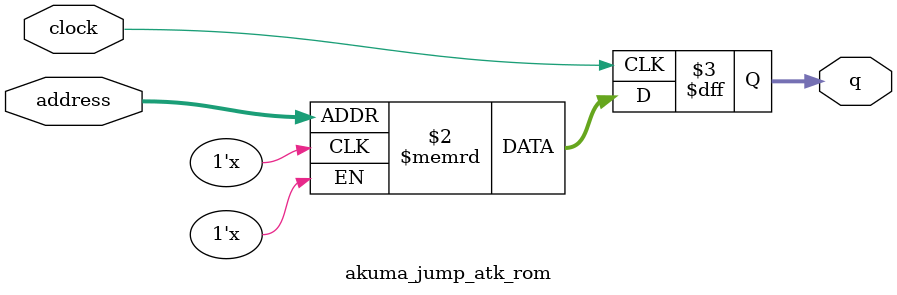
<source format=sv>
module akuma_jump_atk_rom (
	input logic clock,
	input logic [12:0] address,
	output logic [3:0] q
);

logic [3:0] memory [0:5493] /* synthesis ram_init_file = "./akuma_jump_atk/akuma_jump_atk.mif" */;

always_ff @ (posedge clock) begin
	q <= memory[address];
end

endmodule

</source>
